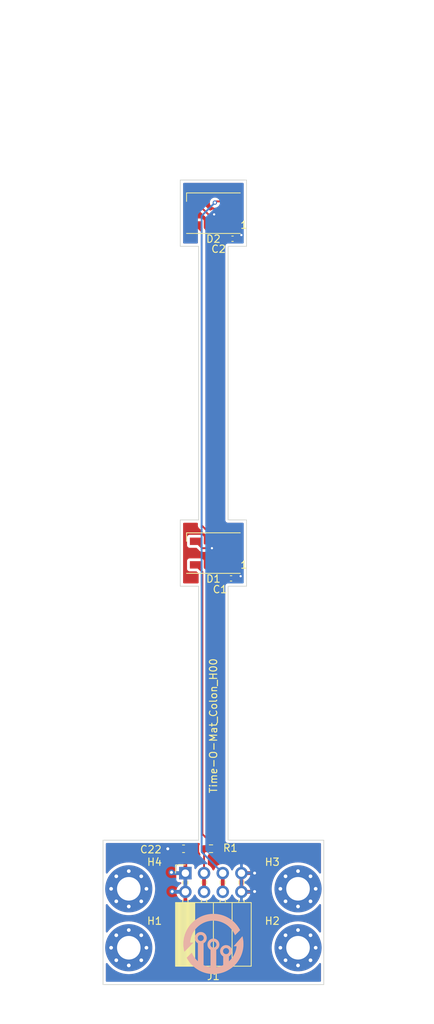
<source format=kicad_pcb>
(kicad_pcb (version 20211014) (generator pcbnew)
  (layers (0 "F.Cu" signal) (31 "B.Cu" signal) (34 "B.Paste" user) (35 "F.Paste" user) (36 "B.SilkS" user "B.Silkscreen") (37 "F.SilkS" user "F.Silkscreen") (38 "B.Mask" user) (39 "F.Mask" user) (44 "Edge.Cuts" user))
  (net 0 "")
  (net 1 "Net-(D1-Pad2)")
  (net 2 "Net-(D2-Pad2)")
  (net 3 "Net-(J1-Pad3)")
  (net 4 "Net-(D1-Pad4)")
  (net 5 "+5V")
  (net 6 "GND")
  (footprint "MountingHole:MountingHole_3.2mm_M3_Pad_Via" (layer "F.Cu") (at -11.5 68.631371)
    (fp_text reference "H4" (at 3.5 -3.631371) (layer "F.SilkS"))
    (fp_text value "MountingHole")
    (pad "1" thru_hole circle locked (at -1.697056 -1.697056) (size 0.8 0.8) (drill 0.5) (layers *.Cu *.Mask))
    (pad "1" thru_hole circle locked (at 1.697056 -1.697056) (size 0.8 0.8) (drill 0.5) (layers *.Cu *.Mask))
    (pad "1" thru_hole circle locked (at 0 2.4) (size 0.8 0.8) (drill 0.5) (layers *.Cu *.Mask))
    (pad "1" thru_hole circle locked (at 0 -2.4) (size 0.8 0.8) (drill 0.5) (layers *.Cu *.Mask))
    (pad "1" thru_hole circle locked (at 1.697056 1.697056) (size 0.8 0.8) (drill 0.5) (layers *.Cu *.Mask))
    (pad "1" thru_hole circle locked (at 2.4 0) (size 0.8 0.8) (drill 0.5) (layers *.Cu *.Mask))
    (pad "1" thru_hole circle locked (at -1.697056 1.697056) (size 0.8 0.8) (drill 0.5) (layers *.Cu *.Mask))
    (pad "1" thru_hole circle locked (at 0 0) (size 6.4 6.4) (drill 3.2) (layers *.Cu *.Mask))
    (pad "1" thru_hole circle locked (at -2.4 0) (size 0.8 0.8) (drill 0.5) (layers *.Cu *.Mask))
  )
  (footprint "Capacitor_SMD:C_0402_1005Metric" (layer "F.Cu") (at 2.6 -19.6)
    (fp_text reference "C2" (at -1.9 1.4) (layer "F.SilkS"))
    (fp_text value "100nF")
    (fp_line (start -0.107836 0.36) (end 0.107836 0.36) (layer "F.SilkS") (width 0.12))
    (fp_line (start -0.107836 -0.36) (end 0.107836 -0.36) (layer "F.SilkS") (width 0.12))
    (pad "1" smd roundrect locked (at -0.48 0) (size 0.56 0.62) (layers "F.Cu" "F.Paste" "F.Mask") (net 5 "+5V"))
    (pad "2" smd roundrect locked (at 0.48 0) (size 0.56 0.62) (layers "F.Cu" "F.Paste" "F.Mask") (net 6 "GND"))
  )
  (footprint "LED_SMD:LED_WS2812B_PLCC4_5.0x5.0mm_P3.2mm" (layer "F.Cu") (at 0 23.065686 180)
    (fp_text reference "D1" (at 0 -3.5) (layer "F.SilkS"))
    (fp_text value "WS2812E")
    (fp_text user "1" (at -4.15 -1.6) (layer "F.SilkS"))
    (fp_line (start -3.65 -2.75) (end 3.65 -2.75) (layer "F.SilkS") (width 0.12))
    (fp_line (start 3.65 2.75) (end 3.65 1.6) (layer "F.SilkS") (width 0.12))
    (fp_line (start -3.65 2.75) (end 3.65 2.75) (layer "F.SilkS") (width 0.12))
    (pad "1" smd rect locked (at -2.45 -1.6 180) (size 1.5 1) (layers "F.Cu" "F.Paste" "F.Mask") (net 5 "+5V"))
    (pad "2" smd rect locked (at -2.45 1.6 180) (size 1.5 1) (layers "F.Cu" "F.Paste" "F.Mask") (net 1 "Net-(D1-Pad2)"))
    (pad "3" smd rect locked (at 2.45 1.6 180) (size 1.5 1) (layers "F.Cu" "F.Paste" "F.Mask") (net 6 "GND"))
    (pad "4" smd rect locked (at 2.45 -1.6 180) (size 1.5 1) (layers "F.Cu" "F.Paste" "F.Mask") (net 4 "Net-(D1-Pad4)"))
  )
  (footprint "Capacitor_SMD:C_0402_1005Metric" (layer "F.Cu") (at 2.4 26.5)
    (fp_text reference "C1" (at -1.5 1.5) (layer "F.SilkS"))
    (fp_text value "100nF")
    (fp_line (start -0.107836 -0.36) (end 0.107836 -0.36) (layer "F.SilkS") (width 0.12))
    (fp_line (start -0.107836 0.36) (end 0.107836 0.36) (layer "F.SilkS") (width 0.12))
    (pad "1" smd roundrect locked (at -0.48 0) (size 0.56 0.62) (layers "F.Cu" "F.Paste" "F.Mask") (net 5 "+5V"))
    (pad "2" smd roundrect locked (at 0.48 0) (size 0.56 0.62) (layers "F.Cu" "F.Paste" "F.Mask") (net 6 "GND"))
  )
  (footprint "LED_SMD:LED_WS2812B_PLCC4_5.0x5.0mm_P3.2mm" (layer "F.Cu") (at 0 -23.065686 180)
    (fp_text reference "D2" (at 0 -3.5) (layer "F.SilkS"))
    (fp_text value "WS2812E")
    (fp_text user "1" (at -4.15 -1.6) (layer "F.SilkS"))
    (fp_line (start -3.65 2.75) (end 3.65 2.75) (layer "F.SilkS") (width 0.12))
    (fp_line (start -3.65 -2.75) (end 3.65 -2.75) (layer "F.SilkS") (width 0.12))
    (fp_line (start 3.65 2.75) (end 3.65 1.6) (layer "F.SilkS") (width 0.12))
    (pad "1" smd rect locked (at -2.45 -1.6 180) (size 1.5 1) (layers "F.Cu" "F.Paste" "F.Mask") (net 5 "+5V"))
    (pad "2" smd rect locked (at -2.45 1.6 180) (size 1.5 1) (layers "F.Cu" "F.Paste" "F.Mask") (net 2 "Net-(D2-Pad2)"))
    (pad "3" smd rect locked (at 2.45 1.6 180) (size 1.5 1) (layers "F.Cu" "F.Paste" "F.Mask") (net 6 "GND"))
    (pad "4" smd rect locked (at 2.45 -1.6 180) (size 1.5 1) (layers "F.Cu" "F.Paste" "F.Mask") (net 1 "Net-(D1-Pad2)"))
  )
  (footprint "MountingHole:MountingHole_3.2mm_M3_Pad_Via" (layer "F.Cu") (at 11.5 76.631371)
    (fp_text reference "H2" (at -3.5 -3.631371) (layer "F.SilkS"))
    (fp_text value "MountingHole")
    (pad "1" thru_hole circle locked (at 2.4 0) (size 0.8 0.8) (drill 0.5) (layers *.Cu *.Mask))
    (pad "1" thru_hole circle locked (at -2.4 0) (size 0.8 0.8) (drill 0.5) (layers *.Cu *.Mask))
    (pad "1" thru_hole circle locked (at 1.697056 -1.697056) (size 0.8 0.8) (drill 0.5) (layers *.Cu *.Mask))
    (pad "1" thru_hole circle locked (at -1.697056 1.697056) (size 0.8 0.8) (drill 0.5) (layers *.Cu *.Mask))
    (pad "1" thru_hole circle locked (at 0 -2.4) (size 0.8 0.8) (drill 0.5) (layers *.Cu *.Mask))
    (pad "1" thru_hole circle locked (at 0 2.4) (size 0.8 0.8) (drill 0.5) (layers *.Cu *.Mask))
    (pad "1" thru_hole circle locked (at -1.697056 -1.697056) (size 0.8 0.8) (drill 0.5) (layers *.Cu *.Mask))
    (pad "1" thru_hole circle locked (at 0 0) (size 6.4 6.4) (drill 3.2) (layers *.Cu *.Mask))
    (pad "1" thru_hole circle locked (at 1.697056 1.697056) (size 0.8 0.8) (drill 0.5) (layers *.Cu *.Mask))
  )
  (footprint "Connector_PinSocket_2.54mm:PinSocket_2x04_P2.54mm_Horizontal" (layer "F.Cu") (at -3.81 66.501371 90)
    (fp_text reference "J1" (at -13.998629 3.81 180) (layer "F.SilkS"))
    (fp_text value "Conn_02x04_Odd_Even")
    (fp_line (start -12.63 1.033805) (end -4 1.033805) (layer "F.SilkS") (width 0.12))
    (fp_line (start -12.63 -0.855715) (end -4 -0.855715) (layer "F.SilkS") (width 0.12))
    (fp_line (start -12.63 -0.97381) (end -4 -0.97381) (layer "F.SilkS") (width 0.12))
    (fp_line (start -12.63 0.20714) (end -4 0.20714) (layer "F.SilkS") (width 0.12))
    (fp_line (start -4 0.36) (end -3.59 0.36) (layer "F.SilkS") (width 0.12))
    (fp_line (start -12.63 0.089045) (end -4 0.089045) (layer "F.SilkS") (width 0.12))
    (fp_line (start -12.63 -0.383335) (end -4 -0.383335) (layer "F.SilkS") (width 0.12))
    (fp_line (start -12.63 0.325235) (end -4 0.325235) (layer "F.SilkS") (width 0.12))
    (fp_line (start -1.49 0.36) (end -1.11 0.36) (layer "F.SilkS") (width 0.12))
    (fp_line (start -12.63 -0.619525) (end -4 -0.619525) (layer "F.SilkS") (width 0.12))
    (fp_line (start -4 7.98) (end -3.59 7.98) (layer "F.SilkS") (width 0.12))
    (fp_line (start -4 7.26) (end -3.59 7.26) (layer "F.SilkS") (width 0.12))
    (fp_line (start -12.63 0.67952) (end -4 0.67952) (layer "F.SilkS") (width 0.12))
    (fp_line (start 1.11 -1.33) (end 1.11 0) (layer "F.SilkS") (width 0.12))
    (fp_line (start -1.49 4.72) (end -1.05 4.72) (layer "F.SilkS") (width 0.12))
    (fp_line (start -12.63 0.561425) (end -4 0.561425) (layer "F.SilkS") (width 0.12))
    (fp_line (start -12.63 3.81) (end -4 3.81) (layer "F.SilkS") (width 0.12))
    (fp_line (start -12.63 -1.091905) (end -4 -1.091905) (layer "F.SilkS") (width 0.12))
    (fp_line (start -12.63 1.27) (end -4 1.27) (layer "F.SilkS") (width 0.12))
    (fp_line (start -4 5.44) (end -3.59 5.44) (layer "F.SilkS") (width 0.12))
    (fp_line (start -12.63 1.1519) (end -4 1.1519) (layer "F.SilkS") (width 0.12))
    (fp_line (start -1.49 7.98) (end -1.05 7.98) (layer "F.SilkS") (width 0.12))
    (fp_line (start -12.63 0.797615) (end -4 0.797615) (layer "F.SilkS") (width 0.12))
    (fp_line (start -4 4.72) (end -3.59 4.72) (layer "F.SilkS") (width 0.12))
    (fp_line (start -4 2.9) (end -3.59 2.9) (layer "F.SilkS") (width 0.12))
    (fp_line (start -1.49 5.44) (end -1.05 5.44) (layer "F.SilkS") (width 0.12))
    (fp_line (start -4 -0.36) (end -3.59 -0.36) (layer "F.SilkS") (width 0.12))
    (fp_line (start -12.63 -0.50143) (end -4 -0.50143) (layer "F.SilkS") (width 0.12))
    (fp_line (start -1.49 -0.36) (end -1.11 -0.36) (layer "F.SilkS") (width 0.12))
    (fp_line (start -12.63 -1.21) (end -4 -1.21) (layer "F.SilkS") (width 0.12))
    (fp_line (start -12.63 -1.33) (end -4 -1.33) (layer "F.SilkS") (width 0.12))
    (fp_line (start -4 -1.33) (end -4 8.95) (layer "F.SilkS") (width 0.12))
    (fp_line (start -12.63 -0.26524) (end -4 -0.26524) (layer "F.SilkS") (width 0.12))
    (fp_line (start -12.63 -0.147145) (end -4 -0.147145) (layer "F.SilkS") (width 0.12))
    (fp_line (start -12.63 -1.33) (end -12.63 8.95) (layer "F.SilkS") (width 0.12))
    (fp_line (start -4 2.18) (end -3.59 2.18) (layer "F.SilkS") (width 0.12))
    (fp_line (start -12.63 8.95) (end -4 8.95) (layer "F.SilkS") (width 0.12))
    (fp_line (start -12.63 6.35) (end -4 6.35) (layer "F.SilkS") (width 0.12))
    (fp_line (start -1.49 2.9) (end -1.05 2.9) (layer "F.SilkS") (width 0.12))
    (fp_line (start -1.49 2.18) (end -1.05 2.18) (layer "F.SilkS") (width 0.12))
    (fp_line (start -12.63 0.91571) (end -4 0.91571) (layer "F.SilkS") (width 0.12))
    (fp_line (start -12.63 -0.02905) (end -4 -0.02905) (layer "F.SilkS") (width 0.12))
    (fp_line (start 0 -1.33) (end 1.11 -1.33) (layer "F.SilkS") (width 0.12))
    (fp_line (start -12.63 -0.73762) (end -4 -0.73762) (layer "F.SilkS") (width 0.12))
    (fp_line (start -12.63 0.44333) (end -4 0.44333) (layer "F.SilkS") (width 0.12))
    (fp_line (start -1.49 7.26) (end -1.05 7.26) (layer "F.SilkS") (width 0.12))
    (pad "1" thru_hole rect locked (at 0 0 90) (size 1.7 1.7) (drill 1) (layers *.Cu *.Mask) (net 5 "+5V"))
    (pad "2" thru_hole oval locked (at -2.54 0 90) (size 1.7 1.7) (drill 1) (layers *.Cu *.Mask) (net 5 "+5V"))
    (pad "3" thru_hole oval locked (at 0 2.54 90) (size 1.7 1.7) (drill 1) (layers *.Cu *.Mask) (net 3 "Net-(J1-Pad3)"))
    (pad "4" thru_hole oval locked (at -2.54 2.54 90) (size 1.7 1.7) (drill 1) (layers *.Cu *.Mask) (net 3 "Net-(J1-Pad3)"))
    (pad "5" thru_hole oval locked (at 0 5.08 90) (size 1.7 1.7) (drill 1) (layers *.Cu *.Mask) (net 2 "Net-(D2-Pad2)"))
    (pad "6" thru_hole oval locked (at -2.54 5.08 90) (size 1.7 1.7) (drill 1) (layers *.Cu *.Mask) (net 2 "Net-(D2-Pad2)"))
    (pad "7" thru_hole oval locked (at 0 7.62 90) (size 1.7 1.7) (drill 1) (layers *.Cu *.Mask) (net 6 "GND"))
    (pad "8" thru_hole oval locked (at -2.54 7.62 90) (size 1.7 1.7) (drill 1) (layers *.Cu *.Mask) (net 6 "GND"))
  )
  (footprint "MountingHole:MountingHole_3.2mm_M3_Pad_Via" (layer "F.Cu") (at 11.5 68.631371)
    (fp_text reference "H3" (at -3.5 -3.631371) (layer "F.SilkS"))
    (fp_text value "MountingHole")
    (pad "1" thru_hole circle locked (at 0 -2.4) (size 0.8 0.8) (drill 0.5) (layers *.Cu *.Mask))
    (pad "1" thru_hole circle locked (at -2.4 0) (size 0.8 0.8) (drill 0.5) (layers *.Cu *.Mask))
    (pad "1" thru_hole circle locked (at 1.697056 -1.697056) (size 0.8 0.8) (drill 0.5) (layers *.Cu *.Mask))
    (pad "1" thru_hole circle locked (at 2.4 0) (size 0.8 0.8) (drill 0.5) (layers *.Cu *.Mask))
    (pad "1" thru_hole circle locked (at 1.697056 1.697056) (size 0.8 0.8) (drill 0.5) (layers *.Cu *.Mask))
    (pad "1" thru_hole circle locked (at -1.697056 -1.697056) (size 0.8 0.8) (drill 0.5) (layers *.Cu *.Mask))
    (pad "1" thru_hole circle locked (at 0 2.4) (size 0.8 0.8) (drill 0.5) (layers *.Cu *.Mask))
    (pad "1" thru_hole circle locked (at 0 0) (size 6.4 6.4) (drill 3.2) (layers *.Cu *.Mask))
    (pad "1" thru_hole circle locked (at -1.697056 1.697056) (size 0.8 0.8) (drill 0.5) (layers *.Cu *.Mask))
  )
  (footprint "MountingHole:MountingHole_3.2mm_M3_Pad_Via" (layer "F.Cu") (at -11.5 76.631371)
    (fp_text reference "H1" (at 3.5 -3.631371) (layer "F.SilkS"))
    (fp_text value "MountingHole")
    (pad "1" thru_hole circle locked (at 0 -2.4) (size 0.8 0.8) (drill 0.5) (layers *.Cu *.Mask))
    (pad "1" thru_hole circle locked (at 2.4 0) (size 0.8 0.8) (drill 0.5) (layers *.Cu *.Mask))
    (pad "1" thru_hole circle locked (at -2.4 0) (size 0.8 0.8) (drill 0.5) (layers *.Cu *.Mask))
    (pad "1" thru_hole circle locked (at -1.697056 -1.697056) (size 0.8 0.8) (drill 0.5) (layers *.Cu *.Mask))
    (pad "1" thru_hole circle locked (at 1.697056 1.697056) (size 0.8 0.8) (drill 0.5) (layers *.Cu *.Mask))
    (pad "1" thru_hole circle locked (at 0 2.4) (size 0.8 0.8) (drill 0.5) (layers *.Cu *.Mask))
    (pad "1" thru_hole circle locked (at 1.697056 -1.697056) (size 0.8 0.8) (drill 0.5) (layers *.Cu *.Mask))
    (pad "1" thru_hole circle locked (at -1.697056 1.697056) (size 0.8 0.8) (drill 0.5) (layers *.Cu *.Mask))
    (pad "1" thru_hole circle locked (at 0 0) (size 6.4 6.4) (drill 3.2) (layers *.Cu *.Mask))
  )
  (footprint "Capacitor_SMD:C_0603_1608Metric" (layer "F.Cu") (at -4.055 63.2 180)
    (fp_text reference "C22" (at 4.445 -0.1) (layer "F.SilkS"))
    (fp_text value "10uF")
    (fp_line (start -0.14058 0.51) (end 0.14058 0.51) (layer "F.SilkS") (width 0.12))
    (fp_line (start -0.14058 -0.51) (end 0.14058 -0.51) (layer "F.SilkS") (width 0.12))
    (pad "1" smd roundrect locked (at -0.775 0 180) (size 0.9 0.95) (layers "F.Cu" "F.Paste" "F.Mask") (net 5 "+5V"))
    (pad "2" smd roundrect locked (at 0.775 0 180) (size 0.9 0.95) (layers "F.Cu" "F.Paste" "F.Mask") (net 6 "GND"))
  )
  (footprint "Resistor_SMD:R_0603_1608Metric" (layer "F.Cu") (at -0.33 63.19)
    (fp_text reference "R1" (at 2.63 -0.09) (layer "F.SilkS"))
    (fp_text value "75R")
    (fp_line (start -0.237258 0.5225) (end 0.237258 0.5225) (layer "F.SilkS") (width 0.12))
    (fp_line (start -0.237258 -0.5225) (end 0.237258 -0.5225) (layer "F.SilkS") (width 0.12))
    (pad "1" smd roundrect locked (at -0.825 0) (size 0.8 0.95) (layers "F.Cu" "F.Paste" "F.Mask") (net 3 "Net-(J1-Pad3)"))
    (pad "2" smd roundrect locked (at 0.825 0) (size 0.8 0.95) (layers "F.Cu" "F.Paste" "F.Mask") (net 4 "Net-(D1-Pad4)"))
  )
  (footprint "Time-O-Mat_Library:Coufal_elektronika_notext_10mm" (layer "B.Cu") (at 0 76.2 180)
    (fp_text reference "G2" hide)
    (fp_text value "CoufalElektronika_logo" hide)
    (fp_poly (pts (xy 1.825302 1.693947) (xy 1.920098 1.676605) (xy 1.990565 1.655431) (xy 2.084425 1.614793) (xy 2.171197 1.563328) (xy 2.250181 1.502029) (xy 2.32068 1.431887) (xy 2.381996 1.353896) (xy 2.433429 1.269049) (xy 2.474283 1.178337) (xy 2.503858 1.082752) (xy 2.521456 0.983289) (xy 2.526481 0.893704) (xy 2.519885 0.792885) (xy 2.500538 0.694102) (xy 2.469105 0.598585) (xy 2.426253 0.507568) (xy 2.372645 0.422281) (xy 2.308946 0.343957) (xy 2.235821 0.273829) (xy 2.162024 0.218421) (xy 2.103227 0.179411) (xy 2.103227 -1.046139) (xy 2.103232 -1.196884) (xy 2.103249 -1.334759) (xy 2.103284 -1.460332) (xy 2.103342 -1.574173) (xy 2.10343 -1.67685) (xy 2.103552 -1.768932) (xy 2.103714 -1.850989) (xy 2.103921 -1.923588) (xy 2.10418 -1.987299) (xy 2.104494 -2.04269) (xy 2.104871 -2.090331) (xy 2.105315 -2.130791) (xy 2.105832 -2.164637) (xy 2.106428 -2.19244) (xy 2.107107 -2.214768) (xy 2.107876 -2.232189) (xy 2.108739 -2.245273) (xy 2.109703 -2.254589) (xy 2.110772 -2.260705) (xy 2.111953 -2.264191) (xy 2.113251 -2.265614) (xy 2.114671 -2.265545) (xy 2.114987 -2.265393) (xy 2.125022 -2.257605) (xy 2.142747 -2.241333) (xy 2.166783 -2.218013) (xy 2.195751 -2.189078) (xy 2.228271 -2.155964) (xy 2.262966 -2.120104) (xy 2.298455 -2.082933) (xy 2.333361 -2.045887) (xy 2.366302 -2.010398) (xy 2.395902 -1.977903) (xy 2.42078 -1.949834) (xy 2.438833 -1.928519) (xy 2.54892 -1.78612) (xy 2.650969 -1.638909) (xy 2.743797 -1.488822) (xy 2.826217 -1.337801) (xy 2.897046 -1.187783) (xy 2.90994 -1.157535) (xy 2.920551 -1.133005) (xy 2.929423 -1.114028) (xy 2.935214 -1.103407) (xy 2.93648 -1.102098) (xy 2.941665 -1.106716) (xy 2.955585 -1.120097) (xy 2.977481 -1.141493) (xy 3.006595 -1.170152) (xy 3.04217 -1.205325) (xy 3.083448 -1.246261) (xy 3.129671 -1.29221) (xy 3.180082 -1.342422) (xy 3.233922 -1.396146) (xy 3.282446 -1.444642) (xy 3.625028 -1.787273) (xy 3.602257 -1.829338) (xy 3.490592 -2.024332) (xy 3.372281 -2.208617) (xy 3.246148 -2.38376) (xy 3.111015 -2.551326) (xy 2.965708 -2.712884) (xy 2.851495 -2.828942) (xy 2.678114 -2.989571) (xy 2.497491 -3.13894) (xy 2.309935 -3.276907) (xy 2.115752 -3.403333) (xy 1.91525 -3.518076) (xy 1.708735 -3.620995) (xy 1.496515 -3.711949) (xy 1.278897 -3.790796) (xy 1.056188 -3.857398) (xy 0.828695 -3.911611) (xy 0.596726 -3.953295) (xy 0.360588 -3.98231) (xy 0.332619 -3.984878) (xy 0.29551 -3.987455) (xy 0.247591 -3.989702) (xy 0.191376 -3.991591) (xy 0.129379 -3.993093) (xy 0.064115 -3.994182) (xy -0.001903 -3.994829) (xy -0.066161 -3.995007) (xy -0.126143 -3.994688) (xy -0.179336 -3.993844) (xy -0.223226 -3.992448) (xy -0.245265 -3.991252) (xy -0.484768 -3.968503) (xy -0.719817 -3.933105) (xy -0.950271 -3.885112) (xy -1.175987 -3.824582) (xy -1.396827 -3.751569) (xy -1.612648 -3.666129) (xy -1.82331 -3.568318) (xy -2.028672 -3.458192) (xy -2.228593 -3.335806) (xy -2.422932 -3.201216) (xy -2.607139 -3.058101) (xy -2.781603 -2.906314) (xy -2.946429 -2.745371) (xy -3.101329 -2.575765) (xy -3.246016 -2.397994) (xy -3.380202 -2.212551) (xy -3.5036 -2.019933) (xy -3.615922 -1.820635) (xy -3.716881 -1.615152) (xy -3.806189 -1.403981) (xy -3.883558 -1.187615) (xy -3.948702 -0.966552) (xy -4.001332 -0.741285) (xy -4.025001 -0.614841) (xy -4.056145 -0.396322) (xy -4.075588 -0.17517) (xy -4.083332 0.046903) (xy -4.079383 0.26819) (xy -4.063746 0.486982) (xy -4.036425 0.701569) (xy -4.020943 0.79291) (xy -4.012757 0.836119) (xy -4.003432 0.882701) (xy -3.993459 0.930462) (xy -3.983326 0.977209) (xy -3.973522 1.020748) (xy -3.964539 1.058888) (xy -3.956864 1.089433) (xy -3.950988 1.110191) (xy -3.948689 1.116666) (xy -3.947424 1.119024) (xy -3.945621 1.120387) (xy -3.942832 1.120267) (xy -3.938612 1.118174) (xy -3.932516 1.113619) (xy -3.924097 1.106111) (xy -3.912909 1.095161) (xy -3.898507 1.080281) (xy -3.880445 1.060979) (xy -3.858277 1.036767) (xy -3.831556 1.007155) (xy -3.799838 0.971654) (xy -3.762676 0.929774) (xy -3.719624 0.881025) (xy -3.670237 0.824918) (xy -3.614068 0.760963) (xy -3.550672 0.688671) (xy -3.479603 0.607553) (xy -3.400414 0.517118) (xy -3.345848 0.454788) (xy -2.750663 -0.225106) (xy -2.95199 -0.226886) (xy -3.153317 -0.228665) (xy -3.148707 -0.279544) (xy -3.145846 -0.305371) (xy -3.141261 -0.340255) (xy -3.135535 -0.380015) (xy -3.129251 -0.420468) (xy -3.127867 -0.428954) (xy -3.08793 -0.630377) (xy -3.035194 -0.82795) (xy -2.969852 -1.021247) (xy -2.8921 -1.209843) (xy -2.802133 -1.393314) (xy -2.700146 -1.571234) (xy -2.586334 -1.743179) (xy -2.460891 -1.908722) (xy -2.43365 -1.941958) (xy -2.410287 -1.969166) (xy -2.380853 -2.002023) (xy -2.347026 -2.038787) (xy -2.310483 -2.077717) (xy -2.272901 -2.117069) (xy -2.235959 -2.155102) (xy -2.201333 -2.190074) (xy -2.170701 -2.220243) (xy -2.145739 -2.243866) (xy -2.128426 -2.258963) (xy -2.103228 -2.279066) (xy -2.103228 -1.602466) (xy -2.165212 -1.562225) (xy -2.21006 -1.529714) (xy -2.257349 -1.489555) (xy -2.303746 -1.445005) (xy -2.345918 -1.399317) (xy -2.380534 -1.355746) (xy -2.388721 -1.343915) (xy -2.443317 -1.249997) (xy -2.48558 -1.151229) (xy -2.515164 -1.048452) (xy -2.520699 -1.021376) (xy -2.526054 -0.979553) (xy -2.528686 -0.928783) (xy -2.528686 -0.880073) (xy -2.139246 -0.880073) (xy -2.139208 -0.893704) (xy -2.131956 -0.967656) (xy -2.111989 -1.037372) (xy -2.07944 -1.102547) (xy -2.034445 -1.162877) (xy -2.007399 -1.191056) (xy -1.969712 -1.22176) (xy -1.923733 -1.25066) (xy -1.874573 -1.274957) (xy -1.827342 -1.291851) (xy -1.81983 -1.293796) (xy -1.783618 -1.299684) (xy -1.740049 -1.302465) (xy -1.694429 -1.302149) (xy -1.652064 -1.298746) (xy -1.62251 -1.293418) (xy -1.556864 -1.270953) (xy -1.497332 -1.238002) (xy -1.441707 -1.193278) (xy -1.42782 -1.179771) (xy -1.386248 -1.133532) (xy -1.355112 -1.088034) (xy -1.332196 -1.039492) (xy -1.316872 -0.990492) (xy -1.3049 -0.918509) (xy -1.305368 -0.847917) (xy -1.317391 -0.779886) (xy -1.340082 -0.715583) (xy -1.372554 -0.656177) (xy -1.413919 -0.602836) (xy -1.463292 -0.556729) (xy -1.519785 -0.519023) (xy -1.582512 -0.490887) (xy -1.650585 -0.47349) (xy -1.713492 -0.467998) (xy -1.763203 -0.469327) (xy -1.806548 -0.475328) (xy -1.848684 -0.487169) (xy -1.894765 -0.506024) (xy -1.907842 -0.51213) (xy -1.967144 -0.547505) (xy -2.020308 -0.593421) (xy -2.064977 -0.647523) (xy -2.095066 -0.699354) (xy -2.115908 -0.747279) (xy -2.129437 -0.789936) (xy -2.136826 -0.832482) (xy -2.139246 -0.880073) (xy -2.528686 -0.880073) (xy -2.528687 -0.873258) (xy -2.526149 -0.817172) (xy -2.521163 -0.764718) (xy -2.514161 -0.721682) (xy -2.486351 -0.62134) (xy -2.44695 -0.527031) (xy -2.396724 -0.439506) (xy -2.33644 -0.359515) (xy -2.266865 -0.287812) (xy -2.188766 -0.225148) (xy -2.10291 -0.172274) (xy -2.010063 -0.129942) (xy -1.910993 -0.098904) (xy -1.869452 -0.089753) (xy -1.825943 -0.083574) (xy -1.774018 -0.079748) (xy -1.718297 -0.078323) (xy -1.663395 -0.079349) (xy -1.613932 -0.082875) (xy -1.58582 -0.086716) (xy -1.485085 -0.110943) (xy -1.389919 -0.146948) (xy -1.301091 -0.193957) (xy -1.219368 -0.251196) (xy -1.145517 -0.317892) (xy -1.080305 -0.393271) (xy -1.0245 -0.476558) (xy -0.97887 -0.566981) (xy -0.944181 -0.663765) (xy -0.923059 -0.755041) (xy -0.916644 -0.809397) (xy -0.914346 -0.871433) (xy -0.915981 -0.936533) (xy -0.92137 -1.000085) (xy -0.930328 -1.057475) (xy -0.935941 -1.081852) (xy -0.968326 -1.179905) (xy -1.012309 -1.272725) (xy -1.067011 -1.359064) (xy -1.131547 -1.437671) (xy -1.205038 -1.5073) (xy -1.271348 -1.556809) (xy -1.337196 -1.600645) (xy -1.337196 -2.786754) (xy -1.284269 -2.810948) (xy -1.172159 -2.858656) (xy -1.05068 -2.903902) (xy -0.923854 -2.945347) (xy -0.795703 -2.98165) (xy -0.705556 -3.003697) (xy -0.669492 -3.011513) (xy -0.628076 -3.019863) (xy -0.583772 -3.028316) (xy -0.539042 -3.036441) (xy -0.49635 -3.043809) (xy -0.458159 -3.049987) (xy -0.426932 -3.054547) (xy -0.405133 -3.057056) (xy -0.398368 -3.057407) (xy -0.383016 -3.057407) (xy -0.383016 -0.713661) (xy -0.451587 -0.668011) (xy -0.534077 -0.605181) (xy -0.60704 -0.533125) (xy -0.670002 -0.452552) (xy -0.722485 -0.364169) (xy -0.764016 -0.268687) (xy -0.794118 -0.166813) (xy -0.797157 -0.15318) (xy -0.80387 -0.11008) (xy -0.80801 -0.058066) (xy -0.809573 -0.001417) (xy -0.809488 0.00336) (xy -0.41906 0.00336) (xy -0.418633 -0.032913) (xy -0.416715 -0.060576) (xy -0.412612 -0.084433) (xy -0.405631 -0.109291) (xy -0.400619 -0.124248) (xy -0.377063 -0.181717) (xy -0.348158 -0.23082) (xy -0.310869 -0.27626) (xy -0.287339 -0.299829) (xy -0.229054 -0.346466) (xy -0.164856 -0.381726) (xy -0.096364 -0.404735) (xy -0.090714 -0.406028) (xy -0.04095 -0.412838) (xy 0.014487 -0.413569) (xy 0.069691 -0.408469) (xy 0.118757 -0.397789) (xy 0.120952 -0.39711) (xy 0.188561 -0.36909) (xy 0.249174 -0.330477) (xy 0.301849 -0.282642) (xy 0.345644 -0.226954) (xy 0.379615 -0.164782) (xy 0.402821 -0.097498) (xy 0.414318 -0.02647) (xy 0.414614 0.029667) (xy 0.403558 0.10292) (xy 0.380495 0.171479) (xy 0.346378 0.234203) (xy 0.302161 0.289952) (xy 0.248797 0.337583) (xy 0.187239 0.375956) (xy 0.118441 0.403931) (xy 0.096698 0.410082) (xy 0.024251 0.421939) (xy -0.047476 0.420679) (xy -0.117292 0.40662) (xy -0.184006 0.380076) (xy -0.246425 0.341362) (xy -0.284901 0.3091) (xy -0.335737 0.254538) (xy -0.373865 0.197496) (xy -0.399988 0.136373) (xy -0.414807 0.069568) (xy -0.41906 0.00336) (xy -0.809488 0.00336) (xy -0.808554 0.055588) (xy -0.804948 0.108671) (xy -0.798751 0.153555) (xy -0.797517 0.159693) (xy -0.769212 0.262339) (xy -0.729568 0.358447) (xy -0.679256 0.447342) (xy -0.618947 0.528345) (xy -0.549311 0.600779) (xy -0.471019 0.663965) (xy -0.384743 0.717226) (xy -0.291153 0.759884) (xy -0.190919 0.791262) (xy -0.166898 0.796833) (xy -0.117973 0.804757) (xy -0.060838 0.8097) (xy -0.000416 0.811542) (xy 0.058371 0.810166) (xy 0.110602 0.805455) (xy 0.122 0.803752) (xy 0.224589 0.780313) (xy 0.321735 0.74492) (xy 0.412621 0.698174) (xy 0.496428 0.64068) (xy 0.57234 0.573042) (xy 0.639538 0.495861) (xy 0.697205 0.409741) (xy 0.72421 0.359497) (xy 0.758646 0.280347) (xy 0.782875 0.201464) (xy 0.797946 0.118733) (xy 0.804179 0.04569) (xy 0.80339 -0.058573) (xy 0.79037 -0.157986) (xy 0.76483 -0.2536) (xy 0.726478 -0.346464) (xy 0.675025 -0.437629) (xy 0.667323 -0.449466) (xy 0.632793 -0.49595) (xy 0.590061 -0.544506) (xy 0.542586 -0.591722) (xy 0.493826 -0.634184) (xy 0.447239 -0.668481) (xy 0.441845 -0.671958) (xy 0.383485 -0.708915) (xy 0.383251 -1.883161) (xy 0.383232 -2.032308) (xy 0.383241 -2.168576) (xy 0.383281 -2.292524) (xy 0.383359 -2.404712) (xy 0.383477 -2.5057) (xy 0.383642 -2.596048) (xy 0.383856 -2.676315) (xy 0.384124 -2.747062) (xy 0.384452 -2.808848) (xy 0.384843 -2.862233) (xy 0.385302 -2.907776) (xy 0.385834 -2.946038) (xy 0.386442 -2.977578) (xy 0.387132 -3.002956) (xy 0.387908 -3.022731) (xy 0.388774 -3.037465) (xy 0.389735 -3.047715) (xy 0.390795 -3.054043) (xy 0.391959 -3.057008) (xy 0.392652 -3.057407) (xy 0.407956 -3.056067) (xy 0.434109 -3.052334) (xy 0.468816 -3.046637) (xy 0.509787 -3.039409) (xy 0.55473 -3.03108) (xy 0.601353 -3.022081) (xy 0.647363 -3.012842) (xy 0.69047 -3.003795) (xy 0.728381 -2.99537) (xy 0.749733 -2.990288) (xy 0.816905 -2.972613) (xy 0.888995 -2.951722) (xy 0.963568 -2.928457) (xy 1.03819 -2.903663) (xy 1.110424 -2.878183) (xy 1.177837 -2.85286) (xy 1.237993 -2.828539) (xy 1.288456 -2.806063) (xy 1.305278 -2.79783) (xy 1.337196 -2.781678) (xy 1.336732 -1.301805) (xy 1.336268 0.178069) (xy 1.269703 0.221256) (xy 1.19009 0.280788) (xy 1.118606 0.350279) (xy 1.056111 0.428385) (xy 1.003465 0.513761) (xy 0.96153 0.605062) (xy 0.931165 0.700943) (xy 0.916849 0.772723) (xy 0.909052 0.862579) (xy 1.299041 0.862579) (xy 1.310054 0.797298) (xy 1.32854 0.738231) (xy 1.352446 0.687918) (xy 1.384244 0.642006) (xy 1.42119 0.601307) (xy 1.480156 0.550595) (xy 1.542967 0.51276) (xy 1.60965 0.487794) (xy 1.680233 0.475688) (xy 1.754741 0.476435) (xy 1.810926 0.484946) (xy 1.832652 0.491151) (xy 1.861217 0.501609) (xy 1.891521 0.514402) (xy 1.901263 0.518917) (xy 1.949615 0.547292) (xy 1.996566 0.584625) (xy 2.03883 0.627729) (xy 2.073123 0.673419) (xy 2.088371 0.700469) (xy 2.117 0.773178) (xy 2.132473 0.846108) (xy 2.134943 0.918312) (xy 2.124563 0.988844) (xy 2.101486 1.056756) (xy 2.065867 1.121102) (xy 2.017858 1.180935) (xy 2.009141 1.189921) (xy 1.952893 1.238165) (xy 1.892299 1.273861) (xy 1.826576 1.297331) (xy 1.75494 1.308897) (xy 1.716852 1.310317) (xy 1.64218 1.304598) (xy 1.573838 1.287187) (xy 1.5109 1.257702) (xy 1.452438 1.215761) (xy 1.42469 1.190095) (xy 1.375713 1.132547) (xy 1.338284 1.069734) (xy 1.312778 1.002943) (xy 1.299572 0.933462) (xy 1.299041 0.862579) (xy 0.909052 0.862579) (xy 0.907975 0.874978) (xy 0.911924 0.975682) (xy 0.92811 1.073849) (xy 0.955946 1.168495) (xy 0.994844 1.258635) (xy 1.044217 1.343285) (xy 1.103478 1.421458) (xy 1.172039 1.49217) (xy 1.249314 1.554437) (xy 1.334715 1.607273) (xy 1.427654 1.649693) (xy 1.443139 1.655431) (xy 1.533585 1.681243) (xy 1.629275 1.696266) (xy 1.727437 1.700501) (xy 1.825302 1.693947)) (layer "B.SilkS") (width 0.01) (fill solid))
    (fp_poly (pts (xy 0.146448 4.162516) (xy 0.378579 4.147874) (xy 0.608573 4.120124) (xy 0.835964 4.079403) (xy 1.060286 4.025845) (xy 1.281073 3.959589) (xy 1.497858 3.880768) (xy 1.710178 3.789521) (xy 1.917564 3.685981) (xy 2.119551 3.570286) (xy 2.264994 3.477113) (xy 2.4566 3.340569) (xy 2.639398 3.193929) (xy 2.813141 3.037454) (xy 2.977583 2.871406) (xy 3.132479 2.696046) (xy 3.277583 2.511636) (xy 3.412649 2.318438) (xy 3.527653 2.133466) (xy 3.558481 2.078933) (xy 3.592748 2.014889) (xy 3.628991 1.944334) (xy 3.665745 1.870267) (xy 3.701545 1.795689) (xy 3.734927 1.723601) (xy 3.764425 1.657003) (xy 3.788431 1.599259) (xy 3.863954 1.393962) (xy 3.927899 1.186911) (xy 3.980678 0.976395) (xy 4.022702 0.7607) (xy 4.054384 0.538114) (xy 4.06324 0.456931) (xy 4.067344 0.406017) (xy 4.070624 0.344551) (xy 4.07308 0.274935) (xy 4.074712 0.199575) (xy 4.075521 0.120874) (xy 4.075507 0.041236) (xy 4.074669 -0.036934) (xy 4.073007 -0.111234) (xy 4.070522 -0.179258) (xy 4.067214 -0.238603) (xy 4.063221 -0.285582) (xy 4.051209 -0.389124) (xy 4.037566 -0.490829) (xy 4.02285 -0.586809) (xy 4.00785 -0.671958) (xy 4.000026 -0.711546) (xy 3.991114 -0.754083) (xy 3.981585 -0.797581) (xy 3.971911 -0.840055) (xy 3.962564 -0.879519) (xy 3.954015 -0.913986) (xy 3.946735 -0.941469) (xy 3.941197 -0.959983) (xy 3.937871 -0.967542) (xy 3.937663 -0.967619) (xy 3.932495 -0.962927) (xy 3.918457 -0.949228) (xy 3.896112 -0.927088) (xy 3.866024 -0.897074) (xy 3.828755 -0.859751) (xy 3.784867 -0.815686) (xy 3.734924 -0.765446) (xy 3.679487 -0.709595) (xy 3.619121 -0.648701) (xy 3.554388 -0.58333) (xy 3.48585 -0.514047) (xy 3.41407 -0.44142) (xy 3.339611 -0.366014) (xy 3.328207 -0.354458) (xy 2.723102 0.258704) (xy 2.941655 0.260477) (xy 3.160209 0.26225) (xy 3.155823 0.329179) (xy 3.146685 0.430204) (xy 3.132225 0.539494) (xy 3.113069 0.653265) (xy 3.089847 0.767732) (xy 3.067198 0.863466) (xy 3.010757 1.059083) (xy 2.942071 1.249665) (xy 2.861542 1.434718) (xy 2.769572 1.61375) (xy 2.666564 1.78627) (xy 2.552921 1.951785) (xy 2.429044 2.109802) (xy 2.295336 2.25983) (xy 2.152199 2.401377) (xy 2.000036 2.53395) (xy 1.839249 2.657056) (xy 1.67024 2.770205) (xy 1.493413 2.872902) (xy 1.374897 2.933612) (xy 1.187135 3.01761) (xy 0.99625 3.088705) (xy 0.802774 3.146931) (xy 0.607236 3.192317) (xy 0.410167 3.224896) (xy 0.212097 3.244698) (xy 0.013556 3.251756) (xy -0.184927 3.246101) (xy -0.382819 3.227764) (xy -0.579592 3.196777) (xy -0.774716 3.153171) (xy -0.96766 3.096977) (xy -1.157893 3.028228) (xy -1.344886 2.946955) (xy -1.528109 2.853189) (xy -1.700528 2.751091) (xy -1.856706 2.644791) (xy -2.008678 2.526784) (xy -2.154954 2.398524) (xy -2.294048 2.261465) (xy -2.424472 2.117061) (xy -2.544737 1.966767) (xy -2.638548 1.834444) (xy -2.717581 1.709683) (xy -2.791771 1.579921) (xy -2.858726 1.44951) (xy -2.903519 1.352143) (xy -2.939423 1.269656) (xy -3.283765 1.61395) (xy -3.628108 1.958244) (xy -3.597175 2.015617) (xy -3.480878 2.217439) (xy -3.353586 2.41214) (xy -3.21581 2.599123) (xy -3.068063 2.777792) (xy -2.910857 2.947551) (xy -2.744704 3.107803) (xy -2.570115 3.257952) (xy -2.449286 3.352148) (xy -2.259486 3.485979) (xy -2.062524 3.608713) (xy -1.85911 3.720013) (xy -1.649952 3.819542) (xy -1.43576 3.906964) (xy -1.217243 3.98194) (xy -0.995108 4.044134) (xy -0.993516 4.04453) (xy -0.821024 4.083833) (xy -0.652161 4.114825) (xy -0.483262 4.137988) (xy -0.310661 4.153806) (xy -0.13069 4.162762) (xy -0.087355 4.163914) (xy 0.146448 4.162516)) (layer "B.SilkS") (width 0.01) (fill solid))
  )
  (gr_line (start -2.000001 18.565685) (end -4.500001 18.565685) (layer "Edge.Cuts") (width 0.1))
  (gr_line (start 4.5 -18.565685) (end 4.5 -27.565685) (layer "Edge.Cuts") (width 0.1))
  (gr_line (start 2 -18.565685) (end 2 18.565685) (layer "Edge.Cuts") (width 0.1))
  (gr_line (start -4.500001 -18.565685) (end -4.500001 -27.565685) (layer "Edge.Cuts") (width 0.1))
  (gr_line (start -4.500001 27.565686) (end -4.500001 18.565685) (layer "Edge.Cuts") (width 0.1))
  (gr_line (start -15 62.031371) (end -2.000001 62.031371) (layer "Edge.Cuts") (width 0.1))
  (gr_line (start 4.5 -18.565685) (end 2 -18.565685) (layer "Edge.Cuts") (width 0.1))
  (gr_line (start -2.000001 -18.565685) (end -2.000001 18.565685) (layer "Edge.Cuts") (width 0.1))
  (gr_line (start 4.5 -27.565685) (end -4.500001 -27.565685) (layer "Edge.Cuts") (width 0.1))
  (gr_line (start -15 81.631371) (end 15 81.631371) (layer "Edge.Cuts") (width 0.1))
  (gr_line (start -2.000001 -18.565685) (end -4.500001 -18.565685) (layer "Edge.Cuts") (width 0.1))
  (gr_line (start -2.000001 27.565686) (end -4.500001 27.565686) (layer "Edge.Cuts") (width 0.1))
  (gr_line (start 4.5 18.565685) (end 2 18.565685) (layer "Edge.Cuts") (width 0.1))
  (gr_line (start -15 62.031371) (end -15 81.631371) (layer "Edge.Cuts") (width 0.1))
  (gr_line (start 4.5 27.565685) (end 4.5 18.565685) (layer "Edge.Cuts") (width 0.1))
  (gr_line (start -2.000001 62.031371) (end -2.000001 27.565686) (layer "Edge.Cuts") (width 0.1))
  (gr_line (start 15 62.031371) (end 2 62.031371) (layer "Edge.Cuts") (width 0.1))
  (gr_line (start 2 62.031371) (end 2 27.565685) (layer "Edge.Cuts") (width 0.1))
  (gr_line (start 4.5 27.565685) (end 2 27.565685) (layer "Edge.Cuts") (width 0.1))
  (gr_line (start 15 62.031371) (end 15 81.631371) (layer "Edge.Cuts") (width 0.1))
  (gr_text "Time-O-Mat_Colon_H00" (at 0 46.5 90) (layer "F.SilkS") (effects (font (size 1 1))))
  (segment (start -1.6 19.3) (end -1.6 -20.615686) (width 0.254) (layer "F.Cu") (net 1))
  (segment (start -1.6 -20.615686) (end -2.45 -21.465686) (width 0.254) (layer "F.Cu") (net 1))
  (segment (start 0.565686 21.465686) (end -1.6 19.3) (width 0.254) (layer "F.Cu") (net 1))
  (segment (start 2.45 21.465686) (end 0.565686 21.465686) (width 0.254) (layer "F.Cu") (net 1))
  (segment (start 0.365686 -24.665686) (end 0.2 -24.5) (width 0.254) (layer "F.Cu") (net 2))
  (segment (start 1.27 66.501371) (end 1.27 69.041371) (width 0.508) (layer "F.Cu") (net 2))
  (segment (start 2.45 -24.665686) (end 0.365686 -24.665686) (width 0.254) (layer "F.Cu") (net 2))
  (via (at 0.2 -24.5) (size 0.6) (drill 0.3) (layers "F.Cu" "B.Cu") (net 2))
  (segment (start -1.6 -22.7) (end -1.6 63.631371) (width 0.254) (layer "B.Cu") (net 2))
  (segment (start -1.6 63.631371) (end 1.27 66.501371) (width 0.254) (layer "B.Cu") (net 2))
  (segment (start 0.2 -24.5) (end -1.6 -22.7) (width 0.254) (layer "B.Cu") (net 2))
  (segment (start -1.27 63.305) (end -1.27 66.501371) (width 0.254) (layer "F.Cu") (net 3))
  (segment (start -1.155 63.19) (end -1.27 63.305) (width 0.254) (layer "F.Cu") (net 3))
  (segment (start -1.27 66.501371) (end -1.27 69.041371) (width 0.508) (layer "F.Cu") (net 3))
  (segment (start -1.5 61.2) (end 0.49 63.19) (width 0.254) (layer "F.Cu") (net 4))
  (segment (start -2.45 24.665686) (end -1.5 25.615686) (width 0.254) (layer "F.Cu") (net 4))
  (segment (start 0.49 63.19) (end 0.495 63.19) (width 0.254) (layer "F.Cu") (net 4))
  (segment (start -1.5 25.615686) (end -1.5 61.2) (width 0.254) (layer "F.Cu") (net 4))
  (via (at -5.6 69) (size 0.8) (drill 0.4) (layers "F.Cu" "B.Cu") (net 5))
  (via (at -5.7 66.4) (size 0.8) (drill 0.4) (layers "F.Cu" "B.Cu") (net 5))
  (segment (start -3.81 66.501371) (end -3.81 69.041371) (width 0.508) (layer "B.Cu") (net 5))
  (segment (start -3.81 66.501371) (end -5.598629 66.501371) (width 0.508) (layer "B.Cu") (net 5))
  (segment (start -5.558629 69.041371) (end -5.6 69) (width 0.508) (layer "B.Cu") (net 5))
  (segment (start -3.81 69.041371) (end -5.558629 69.041371) (width 0.508) (layer "B.Cu") (net 5))
  (segment (start -5.598629 66.501371) (end -5.7 66.4) (width 0.508) (layer "B.Cu") (net 5))
  (segment (start 3.81 69.041371) (end 5.558629 69.041371) (width 0.508) (layer "F.Cu") (net 6))
  (segment (start -0.2 22.4) (end -1.515686 22.4) (width 0.254) (layer "F.Cu") (net 6))
  (segment (start -1.515686 22.4) (end -2.45 21.465686) (width 0.254) (layer "F.Cu") (net 6))
  (segment (start 3.3 -19.6) (end 3.8 -20.1) (width 0.254) (layer "F.Cu") (net 6))
  (segment (start 5.598629 66.501371) (end 5.6 66.5) (width 0.508) (layer "F.Cu") (net 6))
  (segment (start 3.81 66.501371) (end 3.81 69.041371) (width 0.508) (layer "F.Cu") (net 6))
  (segment (start 3.4 26.5) (end 3.7 26.2) (width 0.254) (layer "F.Cu") (net 6))
  (segment (start 3.81 66.501371) (end 5.598629 66.501371) (width 0.508) (layer "F.Cu") (net 6))
  (segment (start 5.558629 69.041371) (end 5.6 69) (width 0.508) (layer "F.Cu") (net 6))
  (segment (start -0.684314 -22.9) (end -2.45 -24.665686) (width 0.254) (layer "F.Cu") (net 6))
  (segment (start 3.08 -19.6) (end 3.3 -19.6) (width 0.254) (layer "F.Cu") (net 6))
  (segment (start 2.88 26.5) (end 3.4 26.5) (width 0.254) (layer "F.Cu") (net 6))
  (segment (start 0.1 -22.9) (end -0.684314 -22.9) (width 0.254) (layer "F.Cu") (net 6))
  (segment (start -4.83 63.2) (end -6.2 63.2) (width 0.508) (layer "F.Cu") (net 6))
  (via (at 5.6 66.5) (size 0.8) (drill 0.4) (layers "F.Cu" "B.Cu") (net 6))
  (via (at 0.1 -22.9) (size 0.6) (drill 0.3) (layers "F.Cu" "B.Cu") (net 6))
  (via (at 3.8 -20.1) (size 0.6) (drill 0.3) (layers "F.Cu" "B.Cu") (net 6))
  (via (at -6.2 63.2) (size 0.8) (drill 0.4) (layers "F.Cu" "B.Cu") (net 6))
  (via (at 5.6 69) (size 0.8) (drill 0.4) (layers "F.Cu" "B.Cu") (net 6))
  (via (at -0.2 22.4) (size 0.6) (drill 0.3) (layers "F.Cu" "B.Cu") (net 6))
  (via (at 3.7 26.2) (size 0.6) (drill 0.3) (layers "F.Cu" "B.Cu") (net 6))
  (zone (net 5) (net_name "+5V") (layer "F.Cu") (connect_pads (clearance 0.381)) (min_thickness 0.254) (fill yes (thermal_gap 0.381) (thermal_bridge_width 0.508))
    (polygon (pts (xy 30 87) (xy -29 87) (xy -29 -52) (xy 30 -52)))
  )
  (zone (net 6) (net_name "GND") (layer "B.Cu") (connect_pads (clearance 0.381)) (min_thickness 0.254) (fill yes (thermal_gap 0.381) (thermal_bridge_width 0.381))
    (polygon (pts (xy 30 87) (xy -29 87) (xy -29 -52) (xy 30 -52)))
  )
)
</source>
